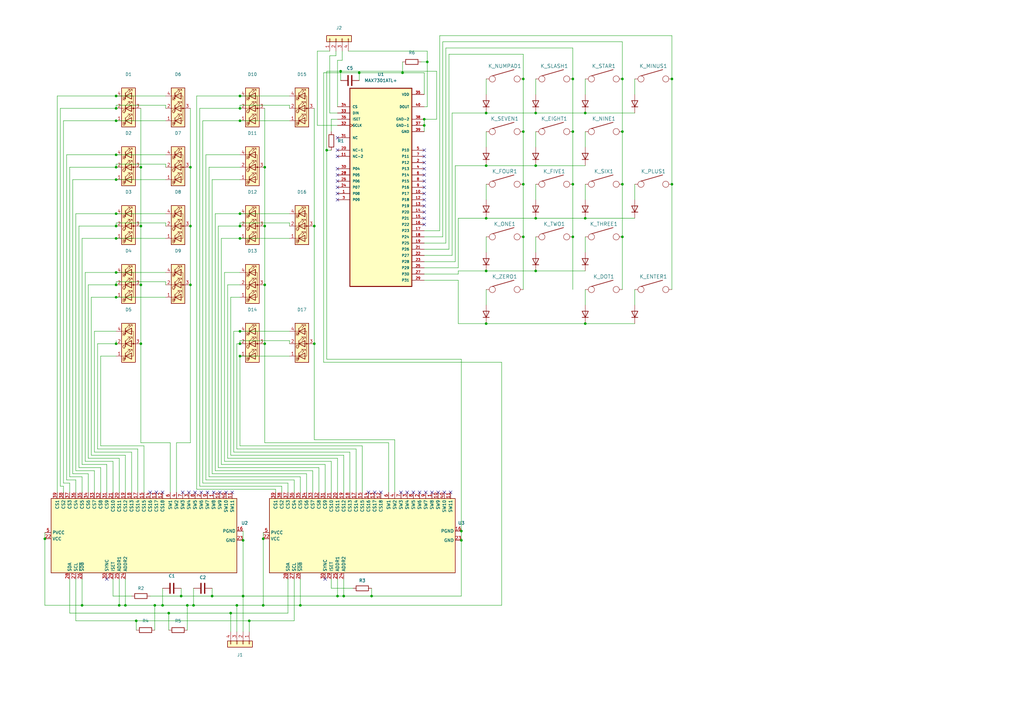
<source format=kicad_sch>
(kicad_sch (version 20211123) (generator eeschema)
  (paper "A3")
  (junction (at 189.23 221.615))
  (junction (at 47.625 87.63))
  (junction (at 51.435 248.285))
  (junction (at 57.785 92.71))
  (junction (at 107.95 248.285))
  (junction (at 133.985 61.595))
  (junction (at 47.625 97.79))
  (junction (at 214.63 32.385))
  (junction (at 57.785 116.84))
  (junction (at 214.63 97.155))
  (junction (at 128.905 140.97))
  (junction (at 47.625 63.5))
  (junction (at 255.27 97.155))
  (junction (at 47.625 39.37))
  (junction (at 108.585 116.84))
  (junction (at 79.375 248.285))
  (junction (at 47.625 140.97))
  (junction (at 57.785 68.58))
  (junction (at 234.95 75.565))
  (junction (at 234.95 53.975))
  (junction (at 78.105 116.84))
  (junction (at 66.675 248.285))
  (junction (at 102.235 254.635))
  (junction (at 240.03 89.535))
  (junction (at 107.95 220.98))
  (junction (at 139.7 29.21))
  (junction (at 152.4 244.475))
  (junction (at 47.625 111.76))
  (junction (at 99.695 244.475))
  (junction (at 33.655 248.285))
  (junction (at 219.71 111.125))
  (junction (at 147.32 29.845))
  (junction (at 98.425 135.89))
  (junction (at 255.27 32.385))
  (junction (at 47.625 121.92))
  (junction (at 108.585 68.58))
  (junction (at 240.03 132.715))
  (junction (at 97.155 248.285))
  (junction (at 219.71 46.355))
  (junction (at 47.625 49.53))
  (junction (at 214.63 53.975))
  (junction (at 108.585 140.97))
  (junction (at 86.995 244.475))
  (junction (at 47.625 44.45))
  (junction (at 199.39 67.945))
  (junction (at 55.88 254.635))
  (junction (at 255.27 75.565))
  (junction (at 47.625 92.71))
  (junction (at 275.59 75.565))
  (junction (at 275.59 32.385))
  (junction (at 47.625 73.66))
  (junction (at 140.97 244.475))
  (junction (at 98.425 140.97))
  (junction (at 98.425 87.63))
  (junction (at 173.99 48.895))
  (junction (at 255.27 53.975))
  (junction (at 199.39 89.535))
  (junction (at 128.905 92.71))
  (junction (at 175.26 25.4))
  (junction (at 199.39 46.355))
  (junction (at 108.585 92.71))
  (junction (at 123.19 248.285))
  (junction (at 138.43 244.475))
  (junction (at 78.105 68.58))
  (junction (at 189.23 217.805))
  (junction (at 219.71 89.535))
  (junction (at 47.625 116.84))
  (junction (at 199.39 111.125))
  (junction (at 214.63 75.565))
  (junction (at 78.105 92.71))
  (junction (at 48.895 248.285))
  (junction (at 98.425 44.45))
  (junction (at 98.425 97.79))
  (junction (at 199.39 132.715))
  (junction (at 47.625 68.58))
  (junction (at 98.425 146.05))
  (junction (at 173.99 51.435))
  (junction (at 98.425 39.37))
  (junction (at 165.1 29.845))
  (junction (at 69.215 251.46))
  (junction (at 74.295 244.475))
  (junction (at 76.835 248.285))
  (junction (at 94.615 251.46))
  (junction (at 99.695 221.615))
  (junction (at 240.03 46.355))
  (junction (at 57.785 140.97))
  (junction (at 63.5 248.285))
  (junction (at 98.425 92.71))
  (junction (at 234.95 97.155))
  (junction (at 98.425 49.53))
  (junction (at 234.95 32.385))
  (junction (at 219.71 67.945))
  (junction (at 18.415 220.98))
  (no_connect (at 153.67 201.93))
  (no_connect (at 151.13 201.93))
  (no_connect (at 156.21 201.93))
  (no_connect (at 133.35 237.49))
  (no_connect (at 92.71 201.93))
  (no_connect (at 95.25 201.93))
  (no_connect (at 85.09 201.93))
  (no_connect (at 82.55 201.93))
  (no_connect (at 87.63 201.93))
  (no_connect (at 90.17 201.93))
  (no_connect (at 80.01 201.93))
  (no_connect (at 66.675 201.93))
  (no_connect (at 61.595 201.93))
  (no_connect (at 64.135 201.93))
  (no_connect (at 138.43 56.515))
  (no_connect (at 138.43 61.595))
  (no_connect (at 138.43 64.135))
  (no_connect (at 138.43 69.215))
  (no_connect (at 138.43 71.755))
  (no_connect (at 138.43 74.295))
  (no_connect (at 138.43 76.835))
  (no_connect (at 138.43 79.375))
  (no_connect (at 138.43 81.915))
  (no_connect (at 173.99 92.075))
  (no_connect (at 173.99 64.135))
  (no_connect (at 173.99 61.595))
  (no_connect (at 173.99 89.535))
  (no_connect (at 173.99 86.995))
  (no_connect (at 173.99 84.455))
  (no_connect (at 173.99 81.915))
  (no_connect (at 173.99 79.375))
  (no_connect (at 173.99 76.835))
  (no_connect (at 173.99 74.295))
  (no_connect (at 173.99 71.755))
  (no_connect (at 173.99 69.215))
  (no_connect (at 173.99 66.675))
  (no_connect (at 43.815 237.49))
  (no_connect (at 164.465 201.93))
  (no_connect (at 167.005 201.93))
  (no_connect (at 182.245 201.93))
  (no_connect (at 184.785 201.93))
  (no_connect (at 169.545 201.93))
  (no_connect (at 172.085 201.93))
  (no_connect (at 174.625 201.93))
  (no_connect (at 177.165 201.93))
  (no_connect (at 179.705 201.93))
  (no_connect (at 74.93 201.93))
  (no_connect (at 77.47 201.93))
  (wire (pts (xy 240.03 46.355) (xy 260.35 46.355)))
  (wire (pts (xy 128.27 193.04) (xy 128.27 201.93)))
  (wire (pts (xy 219.71 89.535) (xy 240.03 89.535)))
  (wire (pts (xy 173.99 114.935) (xy 187.96 114.935)))
  (wire (pts (xy 81.915 44.45) (xy 98.425 44.45)))
  (wire (pts (xy 33.655 237.49) (xy 33.655 248.285)))
  (wire (pts (xy 98.425 87.63) (xy 88.265 87.63)))
  (wire (pts (xy 98.425 87.63) (xy 118.745 87.63)))
  (wire (pts (xy 32.385 191.77) (xy 41.275 191.77)))
  (wire (pts (xy 98.425 91.44) (xy 118.745 91.44)))
  (wire (pts (xy 57.785 44.45) (xy 57.785 68.58)))
  (wire (pts (xy 186.69 107.315) (xy 173.99 107.315)))
  (wire (pts (xy 187.96 109.855) (xy 187.96 89.535)))
  (wire (pts (xy 47.625 68.58) (xy 28.575 68.58)))
  (wire (pts (xy 180.34 14.605) (xy 180.34 94.615)))
  (wire (pts (xy 85.725 195.58) (xy 123.19 195.58)))
  (wire (pts (xy 33.655 248.285) (xy 48.895 248.285)))
  (wire (pts (xy 33.655 195.58) (xy 33.655 201.93)))
  (wire (pts (xy 219.71 97.155) (xy 219.71 103.505)))
  (wire (pts (xy 107.95 220.98) (xy 107.95 248.285)))
  (wire (pts (xy 182.88 99.695) (xy 182.88 19.685)))
  (wire (pts (xy 118.745 91.44) (xy 118.745 92.71)))
  (wire (pts (xy 47.625 121.92) (xy 67.945 121.92)))
  (wire (pts (xy 97.155 184.15) (xy 146.05 184.15)))
  (wire (pts (xy 27.305 196.85) (xy 31.115 196.85)))
  (wire (pts (xy 27.305 63.5) (xy 27.305 196.85)))
  (wire (pts (xy 98.425 91.44) (xy 98.425 92.71)))
  (wire (pts (xy 98.425 139.7) (xy 98.425 140.97)))
  (wire (pts (xy 47.625 91.44) (xy 67.945 91.44)))
  (wire (pts (xy 186.69 67.945) (xy 186.69 107.315)))
  (wire (pts (xy 147.32 29.845) (xy 165.1 29.845)))
  (wire (pts (xy 38.735 135.89) (xy 38.735 185.42)))
  (wire (pts (xy 108.585 181.61) (xy 159.385 181.61)))
  (wire (pts (xy 24.765 199.39) (xy 26.035 199.39)))
  (wire (pts (xy 89.535 92.71) (xy 89.535 191.77)))
  (wire (pts (xy 240.03 53.975) (xy 240.03 60.325)))
  (wire (pts (xy 118.745 139.7) (xy 118.745 140.97)))
  (wire (pts (xy 92.075 111.76) (xy 92.075 189.23)))
  (wire (pts (xy 97.155 259.08) (xy 97.155 248.285)))
  (wire (pts (xy 219.71 53.975) (xy 219.71 60.325)))
  (wire (pts (xy 107.95 218.44) (xy 107.95 220.98)))
  (wire (pts (xy 94.615 251.46) (xy 118.11 251.46)))
  (wire (pts (xy 182.88 19.685) (xy 234.95 19.685)))
  (wire (pts (xy 47.625 39.37) (xy 67.945 39.37)))
  (wire (pts (xy 83.185 49.53) (xy 83.185 198.12)))
  (wire (pts (xy 76.835 248.285) (xy 76.835 258.445)))
  (wire (pts (xy 138.43 48.895) (xy 135.89 48.895)))
  (wire (pts (xy 47.625 43.18) (xy 67.945 43.18)))
  (wire (pts (xy 173.99 48.895) (xy 173.99 51.435)))
  (wire (pts (xy 130.81 191.77) (xy 130.81 201.93)))
  (wire (pts (xy 98.425 43.18) (xy 118.745 43.18)))
  (wire (pts (xy 41.275 146.05) (xy 41.275 182.88)))
  (wire (pts (xy 69.215 251.46) (xy 94.615 251.46)))
  (wire (pts (xy 173.99 112.395) (xy 187.96 112.395)))
  (wire (pts (xy 47.625 92.71) (xy 47.625 91.44)))
  (wire (pts (xy 84.455 63.5) (xy 84.455 196.85)))
  (wire (pts (xy 175.26 20.955) (xy 142.875 20.955)))
  (wire (pts (xy 76.835 248.285) (xy 79.375 248.285)))
  (wire (pts (xy 69.85 181.61) (xy 69.85 201.93)))
  (wire (pts (xy 199.39 118.745) (xy 199.39 125.095)))
  (wire (pts (xy 186.69 67.945) (xy 199.39 67.945)))
  (wire (pts (xy 98.425 146.05) (xy 98.425 182.88)))
  (wire (pts (xy 36.195 116.84) (xy 36.195 187.96)))
  (wire (pts (xy 143.51 185.42) (xy 143.51 201.93)))
  (wire (pts (xy 175.26 43.815) (xy 175.26 25.4)))
  (wire (pts (xy 189.23 244.475) (xy 189.23 221.615)))
  (wire (pts (xy 133.985 61.595) (xy 133.985 147.32)))
  (wire (pts (xy 47.625 68.58) (xy 47.625 67.31)))
  (wire (pts (xy 214.63 53.975) (xy 214.63 75.565)))
  (wire (pts (xy 260.35 32.385) (xy 260.35 38.735)))
  (wire (pts (xy 123.19 195.58) (xy 123.19 201.93)))
  (wire (pts (xy 43.815 190.5) (xy 43.815 201.93)))
  (wire (pts (xy 240.03 89.535) (xy 260.35 89.535)))
  (wire (pts (xy 187.96 89.535) (xy 199.39 89.535)))
  (wire (pts (xy 84.455 196.85) (xy 120.65 196.85)))
  (wire (pts (xy 133.985 29.21) (xy 139.7 29.21)))
  (wire (pts (xy 86.995 244.475) (xy 74.295 244.475)))
  (wire (pts (xy 47.625 87.63) (xy 67.945 87.63)))
  (wire (pts (xy 27.305 63.5) (xy 47.625 63.5)))
  (wire (pts (xy 85.725 68.58) (xy 85.725 195.58)))
  (wire (pts (xy 95.885 135.89) (xy 95.885 185.42)))
  (wire (pts (xy 97.155 248.285) (xy 107.95 248.285)))
  (wire (pts (xy 47.625 115.57) (xy 67.945 115.57)))
  (wire (pts (xy 199.39 111.125) (xy 219.71 111.125)))
  (wire (pts (xy 99.695 244.475) (xy 138.43 244.475)))
  (wire (pts (xy 255.27 75.565) (xy 255.27 97.155)))
  (wire (pts (xy 107.95 248.285) (xy 123.19 248.285)))
  (wire (pts (xy 99.695 217.805) (xy 99.695 221.615)))
  (wire (pts (xy 120.65 254.635) (xy 120.65 237.49)))
  (wire (pts (xy 57.785 68.58) (xy 57.785 92.71)))
  (wire (pts (xy 24.765 44.45) (xy 47.625 44.45)))
  (wire (pts (xy 138.43 237.49) (xy 138.43 244.475)))
  (wire (pts (xy 53.975 185.42) (xy 53.975 201.93)))
  (wire (pts (xy 98.425 182.88) (xy 148.59 182.88)))
  (wire (pts (xy 78.105 92.71) (xy 78.105 116.84)))
  (wire (pts (xy 47.625 111.76) (xy 67.945 111.76)))
  (wire (pts (xy 139.7 29.21) (xy 179.07 29.21)))
  (wire (pts (xy 173.99 43.815) (xy 175.26 43.815)))
  (wire (pts (xy 180.34 14.605) (xy 275.59 14.605)))
  (wire (pts (xy 34.925 189.23) (xy 46.355 189.23)))
  (wire (pts (xy 28.575 195.58) (xy 33.655 195.58)))
  (wire (pts (xy 173.99 51.435) (xy 173.99 53.975)))
  (wire (pts (xy 140.97 237.49) (xy 140.97 244.475)))
  (wire (pts (xy 189.23 217.805) (xy 189.23 221.615)))
  (wire (pts (xy 199.39 75.565) (xy 199.39 81.915)))
  (wire (pts (xy 69.215 251.46) (xy 69.215 258.445)))
  (wire (pts (xy 187.96 114.935) (xy 187.96 132.715)))
  (wire (pts (xy 173.99 94.615) (xy 180.34 94.615)))
  (wire (pts (xy 29.845 194.31) (xy 36.195 194.31)))
  (wire (pts (xy 255.27 17.145) (xy 255.27 32.385)))
  (wire (pts (xy 219.71 67.945) (xy 240.03 67.945)))
  (wire (pts (xy 199.39 132.715) (xy 187.96 132.715)))
  (wire (pts (xy 98.425 97.79) (xy 118.745 97.79)))
  (wire (pts (xy 94.615 251.46) (xy 94.615 259.08)))
  (wire (pts (xy 33.655 97.79) (xy 47.625 97.79)))
  (wire (pts (xy 205.74 248.285) (xy 205.74 148.59)))
  (wire (pts (xy 275.59 75.565) (xy 275.59 118.745)))
  (wire (pts (xy 47.625 63.5) (xy 67.945 63.5)))
  (wire (pts (xy 93.345 187.96) (xy 138.43 187.96)))
  (wire (pts (xy 40.005 184.15) (xy 56.515 184.15)))
  (wire (pts (xy 115.57 199.39) (xy 81.915 199.39)))
  (wire (pts (xy 29.845 73.66) (xy 47.625 73.66)))
  (wire (pts (xy 18.415 218.44) (xy 18.415 220.98)))
  (wire (pts (xy 47.625 146.05) (xy 41.275 146.05)))
  (wire (pts (xy 28.575 68.58) (xy 28.575 195.58)))
  (wire (pts (xy 28.575 237.49) (xy 28.575 251.46)))
  (wire (pts (xy 99.695 244.475) (xy 86.995 244.475)))
  (wire (pts (xy 47.625 116.84) (xy 47.625 115.57)))
  (wire (pts (xy 275.59 32.385) (xy 275.59 75.565)))
  (wire (pts (xy 135.255 22.86) (xy 137.795 22.86)))
  (wire (pts (xy 135.89 189.23) (xy 135.89 201.93)))
  (wire (pts (xy 181.61 17.145) (xy 255.27 17.145)))
  (wire (pts (xy 240.03 118.745) (xy 240.03 125.095)))
  (wire (pts (xy 92.075 189.23) (xy 135.89 189.23)))
  (wire (pts (xy 41.275 191.77) (xy 41.275 201.93)))
  (wire (pts (xy 29.845 73.66) (xy 29.845 194.31)))
  (wire (pts (xy 199.39 53.975) (xy 199.39 60.325)))
  (wire (pts (xy 234.95 32.385) (xy 234.95 53.975)))
  (wire (pts (xy 140.97 186.69) (xy 140.97 201.93)))
  (wire (pts (xy 165.1 25.4) (xy 165.1 29.845)))
  (wire (pts (xy 199.39 97.155) (xy 199.39 103.505)))
  (wire (pts (xy 26.035 199.39) (xy 26.035 201.93)))
  (wire (pts (xy 175.26 25.4) (xy 175.26 20.955)))
  (wire (pts (xy 67.945 91.44) (xy 67.945 92.71)))
  (wire (pts (xy 48.895 237.49) (xy 48.895 248.285)))
  (wire (pts (xy 31.115 254.635) (xy 55.88 254.635)))
  (wire (pts (xy 88.265 87.63) (xy 88.265 193.04)))
  (wire (pts (xy 98.425 121.92) (xy 94.615 121.92)))
  (wire (pts (xy 148.59 182.88) (xy 148.59 201.93)))
  (wire (pts (xy 66.675 241.3) (xy 66.675 248.285)))
  (wire (pts (xy 46.355 189.23) (xy 46.355 201.93)))
  (wire (pts (xy 41.275 182.88) (xy 59.055 182.88)))
  (wire (pts (xy 47.625 140.97) (xy 47.625 139.7)))
  (wire (pts (xy 67.945 67.31) (xy 67.945 68.58)))
  (wire (pts (xy 133.985 147.32) (xy 189.23 147.32)))
  (wire (pts (xy 94.615 121.92) (xy 94.615 186.69)))
  (wire (pts (xy 31.115 237.49) (xy 31.115 254.635)))
  (wire (pts (xy 36.195 194.31) (xy 36.195 201.93)))
  (wire (pts (xy 55.88 254.635) (xy 102.235 254.635)))
  (wire (pts (xy 219.71 46.355) (xy 240.03 46.355)))
  (wire (pts (xy 130.175 20.955) (xy 135.255 20.955)))
  (wire (pts (xy 79.375 248.285) (xy 97.155 248.285)))
  (wire (pts (xy 26.035 49.53) (xy 26.035 198.12)))
  (wire (pts (xy 51.435 237.49) (xy 51.435 248.285)))
  (wire (pts (xy 214.63 75.565) (xy 214.63 97.155)))
  (wire (pts (xy 78.105 44.45) (xy 78.105 68.58)))
  (wire (pts (xy 46.355 244.475) (xy 46.355 237.49)))
  (wire (pts (xy 98.425 49.53) (xy 83.185 49.53)))
  (wire (pts (xy 98.425 146.05) (xy 118.745 146.05)))
  (wire (pts (xy 219.71 111.125) (xy 240.03 111.125)))
  (wire (pts (xy 32.385 92.71) (xy 32.385 191.77)))
  (wire (pts (xy 98.425 116.84) (xy 93.345 116.84)))
  (wire (pts (xy 55.88 254.635) (xy 55.88 258.445)))
  (wire (pts (xy 81.915 199.39) (xy 81.915 44.45)))
  (wire (pts (xy 66.675 248.285) (xy 76.835 248.285)))
  (wire (pts (xy 78.105 116.84) (xy 78.105 181.61)))
  (wire (pts (xy 18.415 248.285) (xy 33.655 248.285)))
  (wire (pts (xy 51.435 248.285) (xy 63.5 248.285)))
  (wire (pts (xy 219.71 75.565) (xy 219.71 81.915)))
  (wire (pts (xy 214.63 97.155) (xy 214.63 118.745)))
  (wire (pts (xy 205.74 148.59) (xy 132.715 148.59)))
  (wire (pts (xy 184.15 22.225) (xy 214.63 22.225)))
  (wire (pts (xy 72.39 181.61) (xy 72.39 201.93)))
  (wire (pts (xy 93.345 116.84) (xy 93.345 187.96)))
  (wire (pts (xy 51.435 186.69) (xy 51.435 201.93)))
  (wire (pts (xy 139.7 29.21) (xy 139.7 33.02)))
  (wire (pts (xy 137.795 22.86) (xy 137.795 20.955)))
  (wire (pts (xy 47.625 39.37) (xy 23.495 39.37)))
  (wire (pts (xy 94.615 186.69) (xy 140.97 186.69)))
  (wire (pts (xy 40.005 140.97) (xy 40.005 184.15)))
  (wire (pts (xy 98.425 111.76) (xy 92.075 111.76)))
  (wire (pts (xy 113.03 200.66) (xy 113.03 201.93)))
  (wire (pts (xy 159.385 181.61) (xy 159.385 201.93)))
  (wire (pts (xy 234.95 53.975) (xy 234.95 75.565)))
  (wire (pts (xy 234.95 97.155) (xy 234.95 118.745)))
  (wire (pts (xy 123.19 237.49) (xy 123.19 248.285)))
  (wire (pts (xy 214.63 32.385) (xy 214.63 53.975)))
  (wire (pts (xy 57.785 181.61) (xy 69.85 181.61)))
  (wire (pts (xy 108.585 68.58) (xy 108.585 92.71)))
  (wire (pts (xy 47.625 97.79) (xy 67.945 97.79)))
  (wire (pts (xy 32.385 92.71) (xy 47.625 92.71)))
  (wire (pts (xy 40.005 140.97) (xy 47.625 140.97)))
  (wire (pts (xy 138.43 51.435) (xy 130.175 51.435)))
  (wire (pts (xy 260.35 118.745) (xy 260.35 125.095)))
  (wire (pts (xy 123.19 248.285) (xy 205.74 248.285)))
  (wire (pts (xy 199.39 67.945) (xy 219.71 67.945)))
  (wire (pts (xy 187.96 111.125) (xy 199.39 111.125)))
  (wire (pts (xy 240.03 75.565) (xy 240.03 81.915)))
  (wire (pts (xy 128.905 44.45) (xy 128.905 92.71)))
  (wire (pts (xy 118.11 251.46) (xy 118.11 237.49)))
  (wire (pts (xy 31.115 87.63) (xy 47.625 87.63)))
  (wire (pts (xy 172.72 25.4) (xy 175.26 25.4)))
  (wire (pts (xy 135.89 241.3) (xy 135.89 237.49)))
  (wire (pts (xy 234.95 19.685) (xy 234.95 32.385)))
  (wire (pts (xy 47.625 49.53) (xy 67.945 49.53)))
  (wire (pts (xy 98.425 43.18) (xy 98.425 44.45)))
  (wire (pts (xy 57.785 140.97) (xy 57.785 181.61)))
  (wire (pts (xy 95.885 185.42) (xy 143.51 185.42)))
  (wire (pts (xy 133.35 190.5) (xy 133.35 201.93)))
  (wire (pts (xy 255.27 32.385) (xy 255.27 53.975)))
  (wire (pts (xy 199.39 46.355) (xy 219.71 46.355)))
  (wire (pts (xy 128.905 92.71) (xy 128.905 140.97)))
  (wire (pts (xy 36.195 116.84) (xy 47.625 116.84)))
  (wire (pts (xy 36.195 187.96) (xy 48.895 187.96)))
  (wire (pts (xy 98.425 49.53) (xy 118.745 49.53)))
  (wire (pts (xy 102.235 254.635) (xy 120.65 254.635)))
  (wire (pts (xy 185.42 104.775) (xy 185.42 46.355)))
  (wire (pts (xy 80.645 39.37) (xy 80.645 200.66)))
  (wire (pts (xy 173.99 109.855) (xy 187.96 109.855)))
  (wire (pts (xy 47.625 44.45) (xy 47.625 43.18)))
  (wire (pts (xy 240.03 32.385) (xy 240.03 38.735)))
  (wire (pts (xy 199.39 132.715) (xy 240.03 132.715)))
  (wire (pts (xy 59.055 182.88) (xy 59.055 201.93)))
  (wire (pts (xy 140.335 24.765) (xy 140.335 20.955)))
  (wire (pts (xy 63.5 248.285) (xy 66.675 248.285)))
  (wire (pts (xy 132.715 29.845) (xy 147.32 29.845)))
  (wire (pts (xy 63.5 248.285) (xy 63.5 258.445)))
  (wire (pts (xy 240.03 132.715) (xy 260.35 132.715)))
  (wire (pts (xy 189.23 217.805) (xy 189.23 147.32)))
  (wire (pts (xy 219.71 32.385) (xy 219.71 38.735)))
  (wire (pts (xy 37.465 186.69) (xy 51.435 186.69)))
  (wire (pts (xy 115.57 201.93) (xy 115.57 199.39)))
  (wire (pts (xy 199.39 89.535) (xy 219.71 89.535)))
  (wire (pts (xy 135.89 48.895) (xy 135.89 53.975)))
  (wire (pts (xy 53.975 244.475) (xy 46.355 244.475)))
  (wire (pts (xy 108.585 140.97) (xy 108.585 181.61)))
  (wire (pts (xy 47.625 73.66) (xy 67.945 73.66)))
  (wire (pts (xy 80.645 200.66) (xy 113.03 200.66)))
  (wire (pts (xy 98.425 92.71) (xy 89.535 92.71)))
  (wire (pts (xy 26.035 198.12) (xy 28.575 198.12)))
  (wire (pts (xy 108.585 116.84) (xy 108.585 140.97)))
  (wire (pts (xy 56.515 184.15) (xy 56.515 201.93)))
  (wire (pts (xy 38.735 185.42) (xy 53.975 185.42)))
  (wire (pts (xy 179.07 48.895) (xy 173.99 48.895)))
  (wire (pts (xy 128.905 140.97) (xy 128.905 180.34)))
  (wire (pts (xy 74.295 241.3) (xy 74.295 244.475)))
  (wire (pts (xy 133.985 29.21) (xy 133.985 61.595)))
  (wire (pts (xy 98.425 73.66) (xy 86.995 73.66)))
  (wire (pts (xy 138.43 244.475) (xy 140.97 244.475)))
  (wire (pts (xy 57.785 92.71) (xy 57.785 116.84)))
  (wire (pts (xy 152.4 244.475) (xy 189.23 244.475)))
  (wire (pts (xy 138.43 43.815) (xy 138.43 24.765)))
  (wire (pts (xy 86.995 194.31) (xy 125.73 194.31)))
  (wire (pts (xy 234.95 75.565) (xy 234.95 97.155)))
  (wire (pts (xy 199.39 32.385) (xy 199.39 38.735)))
  (wire (pts (xy 255.27 97.155) (xy 255.27 118.745)))
  (wire (pts (xy 108.585 92.71) (xy 108.585 116.84)))
  (wire (pts (xy 97.155 140.97) (xy 97.155 184.15)))
  (wire (pts (xy 37.465 121.92) (xy 47.625 121.92)))
  (wire (pts (xy 78.105 68.58) (xy 78.105 92.71)))
  (wire (pts (xy 98.425 39.37) (xy 118.745 39.37)))
  (wire (pts (xy 144.78 241.3) (xy 135.89 241.3)))
  (wire (pts (xy 102.235 254.635) (xy 102.235 259.08)))
  (wire (pts (xy 147.32 29.845) (xy 147.32 33.02)))
  (wire (pts (xy 181.61 17.145) (xy 181.61 97.155)))
  (wire (pts (xy 108.585 44.45) (xy 108.585 68.58)))
  (wire (pts (xy 99.695 221.615) (xy 99.695 244.475)))
  (wire (pts (xy 34.925 111.76) (xy 34.925 189.23)))
  (wire (pts (xy 187.96 112.395) (xy 187.96 111.125)))
  (wire (pts (xy 74.295 244.475) (xy 61.595 244.475)))
  (wire (pts (xy 260.35 75.565) (xy 260.35 81.915)))
  (wire (pts (xy 98.425 63.5) (xy 84.455 63.5)))
  (wire (pts (xy 181.61 97.155) (xy 173.99 97.155)))
  (wire (pts (xy 133.985 61.595) (xy 135.89 61.595)))
  (wire (pts (xy 98.425 135.89) (xy 118.745 135.89)))
  (wire (pts (xy 24.765 44.45) (xy 24.765 199.39)))
  (wire (pts (xy 275.59 14.605) (xy 275.59 32.385)))
  (wire (pts (xy 138.43 46.355) (xy 135.255 46.355)))
  (wire (pts (xy 78.105 181.61) (xy 72.39 181.61)))
  (wire (pts (xy 86.995 241.3) (xy 86.995 244.475)))
  (wire (pts (xy 31.115 193.04) (xy 38.735 193.04)))
  (wire (pts (xy 83.185 198.12) (xy 118.11 198.12)))
  (wire (pts (xy 255.27 53.975) (xy 255.27 75.565)))
  (wire (pts (xy 184.15 22.225) (xy 184.15 102.235)))
  (wire (pts (xy 138.43 187.96) (xy 138.43 201.93)))
  (wire (pts (xy 98.425 39.37) (xy 80.645 39.37)))
  (wire (pts (xy 47.625 67.31) (xy 67.945 67.31)))
  (wire (pts (xy 90.805 97.79) (xy 98.425 97.79)))
  (wire (pts (xy 130.175 51.435) (xy 130.175 20.955)))
  (wire (pts (xy 138.43 24.765) (xy 140.335 24.765)))
  (wire (pts (xy 214.63 22.225) (xy 214.63 32.385)))
  (wire (pts (xy 31.115 196.85) (xy 31.115 201.93)))
  (wire (pts (xy 173.99 104.775) (xy 185.42 104.775)))
  (wire (pts (xy 152.4 241.3) (xy 152.4 244.475)))
  (wire (pts (xy 146.05 184.15) (xy 146.05 201.93)))
  (wire (pts (xy 118.745 43.18) (xy 118.745 44.45)))
  (wire (pts (xy 165.1 29.845) (xy 173.99 29.845)))
  (wire (pts (xy 79.375 241.3) (xy 79.375 248.285)))
  (wire (pts (xy 28.575 251.46) (xy 69.215 251.46)))
  (wire (pts (xy 185.42 46.355) (xy 199.39 46.355)))
  (wire (pts (xy 86.995 73.66) (xy 86.995 194.31)))
  (wire (pts (xy 31.115 87.63) (xy 31.115 193.04)))
  (wire (pts (xy 48.895 187.96) (xy 48.895 201.93)))
  (wire (pts (xy 98.425 139.7) (xy 118.745 139.7)))
  (wire (pts (xy 38.735 135.89) (xy 47.625 135.89)))
  (wire (pts (xy 88.265 193.04) (xy 128.27 193.04)))
  (wire (pts (xy 97.155 140.97) (xy 98.425 140.97)))
  (wire (pts (xy 37.465 121.92) (xy 37.465 186.69)))
  (wire (pts (xy 90.805 97.79) (xy 90.805 190.5)))
  (wire (pts (xy 173.99 29.845) (xy 173.99 38.735)))
  (wire (pts (xy 47.625 49.53) (xy 26.035 49.53)))
  (wire (pts (xy 240.03 97.155) (xy 240.03 103.505)))
  (wire (pts (xy 179.07 29.21) (xy 179.07 48.895)))
  (wire (pts (xy 173.99 99.695) (xy 182.88 99.695)))
  (wire (pts (xy 28.575 198.12) (xy 28.575 201.93)))
  (wire (pts (xy 128.905 180.34) (xy 161.925 180.34)))
  (wire (pts (xy 57.785 116.84) (xy 57.785 140.97)))
  (wire (pts (xy 99.695 244.475) (xy 99.695 259.08)))
  (wire (pts (xy 184.15 102.235) (xy 173.99 102.235)))
  (wire (pts (xy 89.535 191.77) (xy 130.81 191.77)))
  (wire (pts (xy 67.945 115.57) (xy 67.945 116.84)))
  (wire (pts (xy 33.655 97.79) (xy 33.655 190.5)))
  (wire (pts (xy 135.255 46.355) (xy 135.255 22.86)))
  (wire (pts (xy 34.925 111.76) (xy 47.625 111.76)))
  (wire (pts (xy 90.805 190.5) (xy 133.35 190.5)))
  (wire (pts (xy 38.735 193.04) (xy 38.735 201.93)))
  (wire (pts (xy 67.945 43.18) (xy 67.945 44.45)))
  (wire (pts (xy 120.65 196.85) (xy 120.65 201.93)))
  (wire (pts (xy 48.895 248.285) (xy 51.435 248.285)))
  (wire (pts (xy 140.97 244.475) (xy 152.4 244.475)))
  (wire (pts (xy 33.655 190.5) (xy 43.815 190.5)))
  (wire (pts (xy 132.715 29.845) (xy 132.715 148.59)))
  (wire (pts (xy 125.73 194.31) (xy 125.73 201.93)))
  (wire (pts (xy 161.925 180.34) (xy 161.925 201.93)))
  (wire (pts (xy 98.425 68.58) (xy 85.725 68.58)))
  (wire (pts (xy 95.885 135.89) (xy 98.425 135.89)))
  (wire (pts (xy 118.11 198.12) (xy 118.11 201.93)))
  (wire (pts (xy 23.495 39.37) (xy 23.495 201.93)))
  (wire (pts (xy 18.415 220.98) (xy 18.415 248.285)))
  (symbol (lib_id "vakeyboard:LED") (at 52.705 44.45 0) (unit 1)
    (property "Reference" "D1" (at 52.705 30.48 0))
    (property "Value" "LED_NUMPAD" (effects hide))
    (property "Footprint" "Footprints:19-237" (effects hide))
    (property "Datasheet" "https://datasheet.lcsc.com/szlcsc/2010222107_Everlight-Elec-19-237-R6GHBHC-A04-2T_C883183.pdf" (effects hide))
    (property "Description / Value" "5mA Colorless transparence -40℃~+85℃ Common anode RGB 120° -  Light Emitting Diodes (LED) ROHS" (effects hide))
    (property "LCSC" "C883183" (effects hide))
    (property "Manufacturer" "Everlight Elec" (effects hide))
    (property "Mfg Part #" "19-237/R6GHBHC-A04/2T" (effects hide))
    (property "Package/Footprint" "19-237" (effects hide))
    (property "Type" "SMD" (effects hide))
  )
  (symbol (lib_id "vakeyboard:LED") (at 52.705 68.58 0) (unit 1)
    (property "Reference" "D2" (at 52.705 54.61 0))
    (property "Value" "LED_7" (effects hide))
    (property "Footprint" "Footprints:19-237" (effects hide))
    (property "Datasheet" "https://datasheet.lcsc.com/szlcsc/2010222107_Everlight-Elec-19-237-R6GHBHC-A04-2T_C883183.pdf" (effects hide))
    (property "Description / Value" "5mA Colorless transparence -40℃~+85℃ Common anode RGB 120° -  Light Emitting Diodes (LED) ROHS" (effects hide))
    (property "LCSC" "C883183" (effects hide))
    (property "Manufacturer" "Everlight Elec" (effects hide))
    (property "Mfg Part #" "19-237/R6GHBHC-A04/2T" (effects hide))
    (property "Package/Footprint" "19-237" (effects hide))
    (property "Type" "SMD" (effects hide))
  )
  (symbol (lib_id "vakeyboard:LED") (at 123.825 44.45 0) (unit 1)
    (property "Reference" "D15" (at 123.825 30.48 0))
    (property "Value" "LED_MINUS" (effects hide))
    (property "Footprint" "Footprints:19-237" (effects hide))
    (property "Datasheet" "https://datasheet.lcsc.com/szlcsc/2010222107_Everlight-Elec-19-237-R6GHBHC-A04-2T_C883183.pdf" (effects hide))
    (property "Description / Value" "5mA Colorless transparence -40℃~+85℃ Common anode RGB 120° -  Light Emitting Diodes (LED) ROHS" (effects hide))
    (property "LCSC" "C883183" (effects hide))
    (property "Manufacturer" "Everlight Elec" (effects hide))
    (property "Mfg Part #" "19-237/R6GHBHC-A04/2T" (effects hide))
    (property "Package/Footprint" "19-237" (effects hide))
    (property "Type" "SMD" (effects hide))
  )
  (symbol (lib_id "vakeyboard:LED") (at 123.825 92.71 0) (unit 1)
    (property "Reference" "D16" (at 123.825 78.74 0))
    (property "Value" "LED_PLUS" (effects hide))
    (property "Footprint" "Footprints:19-237" (effects hide))
    (property "Datasheet" "https://datasheet.lcsc.com/szlcsc/2010222107_Everlight-Elec-19-237-R6GHBHC-A04-2T_C883183.pdf" (effects hide))
    (property "Description / Value" "5mA Colorless transparence -40℃~+85℃ Common anode RGB 120° -  Light Emitting Diodes (LED) ROHS" (effects hide))
    (property "LCSC" "C883183" (effects hide))
    (property "Manufacturer" "Everlight Elec" (effects hide))
    (property "Mfg Part #" "19-237/R6GHBHC-A04/2T" (effects hide))
    (property "Package/Footprint" "19-237" (effects hide))
    (property "Type" "SMD" (effects hide))
  )
  (symbol (lib_id "vakeyboard:D") (at 240.03 64.135 90) (unit 1)
    (property "Reference" "D28" (effects hide))
    (property "Value" "D" (effects hide))
    (property "Footprint" "Diode_SMD:D_SOD-523" (effects hide))
    (property "Datasheet" "https://datasheet.lcsc.com/szlcsc/1908191708_MDD-Microdiode-Electronics-1N4148WT_C414017.pdf" (effects hide))
    (property "Description / Value" "80V -55℃~+150℃@(Tj) 1.2V@100mA 4ns 100nA@80V 100mA SOD-523 Switching Diode ROHS" (effects hide))
    (property "LCSC" "C414017" (effects hide))
    (property "Manufacturer" "MDD（Microdiode Electronics）" (effects hide))
    (property "Mfg Part #" "1N4148WT" (effects hide))
    (property "Package/Footprint" "SOD-523" (effects hide))
    (property "Type" "SMD" (effects hide))
  )
  (symbol (lib_id "vakeyboard:KEYSW") (at 227.33 32.385 0) (unit 1)
    (property "Reference" "K_SLASH1" (at 227.33 27.1018 0) (effects (font (size 1.524 1.524))))
    (property "Value" "{slash}" (effects hide))
    (property "Footprint" "Footprints:CherryMX_PlateMount_HotSwap_1u" (effects hide))
    (property "Datasheet" "https://datasheet.lcsc.com/lcsc/2202281830_Kailh-CPG151101S11_C2803348.pdf" (effects hide))
    (property "Description / Value" "SMD  Mechanical Keyboard Shaft ROHS" (effects hide))
    (property "LCSC" "C2803348" (effects hide))
    (property "Manufacturer" "Kailh" (effects hide))
    (property "Mfg Part #" "CPG151101S11" (effects hide))
    (property "Package/Footprint" "SMD" (effects hide))
    (property "Type" "SMD" (effects hide))
  )
  (symbol (lib_id "vakeyboard:LED") (at 52.705 116.84 0) (unit 1)
    (property "Reference" "D4" (at 52.705 102.87 0))
    (property "Value" "LED_1" (effects hide))
    (property "Footprint" "Footprints:19-237" (effects hide))
    (property "Datasheet" "https://datasheet.lcsc.com/szlcsc/2010222107_Everlight-Elec-19-237-R6GHBHC-A04-2T_C883183.pdf" (effects hide))
    (property "Description / Value" "5mA Colorless transparence -40℃~+85℃ Common anode RGB 120° -  Light Emitting Diodes (LED) ROHS" (effects hide))
    (property "LCSC" "C883183" (effects hide))
    (property "Manufacturer" "Everlight Elec" (effects hide))
    (property "Mfg Part #" "19-237/R6GHBHC-A04/2T" (effects hide))
    (property "Package/Footprint" "19-237" (effects hide))
    (property "Type" "SMD" (effects hide))
  )
  (symbol (lib_id "vakeyboard:D") (at 240.03 107.315 90) (unit 1)
    (property "Reference" "D30" (effects hide))
    (property "Value" "D" (effects hide))
    (property "Footprint" "Diode_SMD:D_SOD-523" (effects hide))
    (property "Datasheet" "https://datasheet.lcsc.com/szlcsc/1908191708_MDD-Microdiode-Electronics-1N4148WT_C414017.pdf" (effects hide))
    (property "Description / Value" "80V -55℃~+150℃@(Tj) 1.2V@100mA 4ns 100nA@80V 100mA SOD-523 Switching Diode ROHS" (effects hide))
    (property "LCSC" "C414017" (effects hide))
    (property "Manufacturer" "MDD（Microdiode Electronics）" (effects hide))
    (property "Mfg Part #" "1N4148WT" (effects hide))
    (property "Package/Footprint" "SOD-523" (effects hide))
    (property "Type" "SMD" (effects hide))
  )
  (symbol (lib_id "vakeyboard:D") (at 219.71 42.545 90) (unit 1)
    (property "Reference" "D23" (effects hide))
    (property "Value" "D" (effects hide))
    (property "Footprint" "Diode_SMD:D_SOD-523" (effects hide))
    (property "Datasheet" "https://datasheet.lcsc.com/szlcsc/1908191708_MDD-Microdiode-Electronics-1N4148WT_C414017.pdf" (effects hide))
    (property "Description / Value" "80V -55℃~+150℃@(Tj) 1.2V@100mA 4ns 100nA@80V 100mA SOD-523 Switching Diode ROHS" (effects hide))
    (property "LCSC" "C414017" (effects hide))
    (property "Manufacturer" "MDD（Microdiode Electronics）" (effects hide))
    (property "Mfg Part #" "1N4148WT" (effects hide))
    (property "Package/Footprint" "SOD-523" (effects hide))
    (property "Type" "SMD" (effects hide))
  )
  (symbol (lib_id "vakeyboard:R_39_kOhm") (at 135.89 57.785 0) (unit 1)
    (property "Reference" "R1" (at 138.43 57.7849 0) (effects (justify left)))
    (property "Value" "R_39_kOhm" (effects hide))
    (property "Footprint" "Footprints:R_0402_1005Metric" (effects hide))
    (property "Datasheet" "https://datasheet.lcsc.com/lcsc/2206010100_UNI-ROYAL-Uniroyal-Elec-0402WGF3902TCE_C25783.pdf" (effects hide))
    (property "Description / Value" "1/16W Thick Film Resistors 50V ±1% ±100ppm/℃ -55℃~+155℃ 39kΩ 0402  Chip Resistor - Surface Mount ROHS" (effects hide))
    (property "LCSC" "C25783" (effects hide))
    (property "Manufacturer" "UNI-ROYAL(Uniroyal Elec)" (effects hide))
    (property "Mfg Part #" "0402WGF3902TCE" (effects hide))
    (property "Package/Footprint" "0402" (effects hide))
    (property "Type" "SMD" (effects hide))
  )
  (symbol (lib_id "vakeyboard:R 10 kOhm") (at 73.025 258.445 90) (unit 1)
    (property "Reference" "R5" (at 73.025 254.635 90))
    (property "Value" "R 10 kOhm" (effects hide))
    (property "Footprint" "Footprints:R_0402_1005Metric" (effects hide))
    (property "Datasheet" "https://datasheet.lcsc.com/lcsc/2206010100_UNI-ROYAL-Uniroyal-Elec-0402WGF1002TCE_C25744.pdf" (effects hide))
    (property "Description / Value" "1/16W Thick Film Resistors 50V ±1% ±100ppm/℃ -55℃~+155℃ 10kΩ 0402  Chip Resistor - Surface Mount ROHS" (effects hide))
    (property "LCSC" "C25744" (effects hide))
    (property "Manufacturer" "UNI-ROYAL(Uniroyal Elec)" (effects hide))
    (property "Mfg Part #" "0402WGF1002TCE" (effects hide))
    (property "Package/Footprint" "0402" (effects hide))
    (property "Type" "SMD" (effects hide))
  )
  (symbol (lib_id "vakeyboard:C_47nF") (at 143.51 33.02 90) (unit 1)
    (property "Reference" "C5" (at 143.51 27.94 90))
    (property "Value" "C_47nF" (effects hide))
    (property "Footprint" "Footprints:C_0402_1005Metric" (effects hide))
    (property "Datasheet" "https://datasheet.lcsc.com/lcsc/2003312232_YAGEO-CC0402KRX5R9BB473_C505502.pdf" (effects hide))
    (property "Description / Value" "50V 47nF X5R ±10% 0402  Multilayer Ceramic Capacitors MLCC - SMD/SMT ROHS" (effects hide))
    (property "LCSC" "C505502" (effects hide))
    (property "Manufacturer" "YAGEO" (effects hide))
    (property "Mfg Part #" "CC0402KRX5R9BB473" (effects hide))
    (property "Package/Footprint" "0402" (effects hide))
    (property "Type" "SMD" (effects hide))
  )
  (symbol (lib_id "vakeyboard:LED") (at 73.025 68.58 0) (unit 1)
    (property "Reference" "D7" (at 73.025 54.61 0))
    (property "Value" "LED_8" (effects hide))
    (property "Footprint" "Footprints:19-237" (effects hide))
    (property "Datasheet" "https://datasheet.lcsc.com/szlcsc/2010222107_Everlight-Elec-19-237-R6GHBHC-A04-2T_C883183.pdf" (effects hide))
    (property "Description / Value" "5mA Colorless transparence -40℃~+85℃ Common anode RGB 120° -  Light Emitting Diodes (LED) ROHS" (effects hide))
    (property "LCSC" "C883183" (effects hide))
    (property "Manufacturer" "Everlight Elec" (effects hide))
    (property "Mfg Part #" "19-237/R6GHBHC-A04/2T" (effects hide))
    (property "Package/Footprint" "19-237" (effects hide))
    (property "Type" "SMD" (effects hide))
  )
  (symbol (lib_id "vakeyboard:LED") (at 73.025 116.84 0) (unit 1)
    (property "Reference" "D9" (at 73.025 102.87 0))
    (property "Value" "LED_2" (effects hide))
    (property "Footprint" "Footprints:19-237" (effects hide))
    (property "Datasheet" "https://datasheet.lcsc.com/szlcsc/2010222107_Everlight-Elec-19-237-R6GHBHC-A04-2T_C883183.pdf" (effects hide))
    (property "Description / Value" "5mA Colorless transparence -40℃~+85℃ Common anode RGB 120° -  Light Emitting Diodes (LED) ROHS" (effects hide))
    (property "LCSC" "C883183" (effects hide))
    (property "Manufacturer" "Everlight Elec" (effects hide))
    (property "Mfg Part #" "19-237/R6GHBHC-A04/2T" (effects hide))
    (property "Package/Footprint" "19-237" (effects hide))
    (property "Type" "SMD" (effects hide))
  )
  (symbol (lib_id "vakeyboard:R") (at 148.59 241.3 270) (unit 1)
    (property "Reference" "R3" (at 148.59 238.125 90))
    (property "Value" "R" (effects hide))
    (property "Footprint" "Footprints:R_0402_1005Metric" (effects hide))
    (property "Datasheet" "https://datasheet.lcsc.com/lcsc/2206010100_UNI-ROYAL-Uniroyal-Elec-0402WGF1002TCE_C25744.pdf" (effects hide))
    (property "Description / Value" "1/16W Thick Film Resistors 50V ±1% ±100ppm/℃ -55℃~+155℃ 10kΩ 0402  Chip Resistor - Surface Mount ROHS" (effects hide))
    (property "LCSC" "C25744" (effects hide))
    (property "Manufacturer" "UNI-ROYAL(Uniroyal Elec)" (effects hide))
    (property "Mfg Part #" "0402WGF1002TCE" (effects hide))
    (property "Package/Footprint" "0402" (effects hide))
    (property "Type" "SMD" (effects hide))
  )
  (symbol (lib_id "vakeyboard:LED") (at 52.705 92.71 0) (unit 1)
    (property "Reference" "D3" (at 52.705 78.74 0))
    (property "Value" "LED_4" (effects hide))
    (property "Footprint" "Footprints:19-237" (effects hide))
    (property "Datasheet" "https://datasheet.lcsc.com/szlcsc/2010222107_Everlight-Elec-19-237-R6GHBHC-A04-2T_C883183.pdf" (effects hide))
    (property "Description / Value" "5mA Colorless transparence -40℃~+85℃ Common anode RGB 120° -  Light Emitting Diodes (LED) ROHS" (effects hide))
    (property "LCSC" "C883183" (effects hide))
    (property "Manufacturer" "Everlight Elec" (effects hide))
    (property "Mfg Part #" "19-237/R6GHBHC-A04/2T" (effects hide))
    (property "Package/Footprint" "19-237" (effects hide))
    (property "Type" "SMD" (effects hide))
  )
  (symbol (lib_id "vakeyboard:C 1uF") (at 70.485 241.3 90) (unit 1)
    (property "Reference" "C1" (at 70.485 236.22 90))
    (property "Value" "C 1uF" (effects hide))
    (property "Footprint" "Footprints:C_0402_1005Metric" (effects hide))
    (property "Datasheet" "https://datasheet.lcsc.com/lcsc/1811091611_Samsung-Electro-Mechanics-CL05A105KA5NQNC_C52923.pdf" (effects hide))
    (property "Description / Value" "25V 1uF X5R ±10% 0402  Multilayer Ceramic Capacitors MLCC - SMD/SMT ROHS" (effects hide))
    (property "LCSC" "C52923" (effects hide))
    (property "Manufacturer" "Samsung Electro-Mechanics" (effects hide))
    (property "Mfg Part #" "CL05A105KA5NQNC" (effects hide))
    (property "Package/Footprint" "0402" (effects hide))
    (property "Type" "SMD" (effects hide))
  )
  (symbol (lib_id "vakeyboard:LED") (at 103.505 68.58 0) (unit 1)
    (property "Reference" "D11" (at 103.505 54.61 0))
    (property "Value" "LED9" (effects hide))
    (property "Footprint" "Footprints:19-237" (effects hide))
    (property "Datasheet" "https://datasheet.lcsc.com/szlcsc/2010222107_Everlight-Elec-19-237-R6GHBHC-A04-2T_C883183.pdf" (effects hide))
    (property "Description / Value" "5mA Colorless transparence -40℃~+85℃ Common anode RGB 120° -  Light Emitting Diodes (LED) ROHS" (effects hide))
    (property "LCSC" "C883183" (effects hide))
    (property "Manufacturer" "Everlight Elec" (effects hide))
    (property "Mfg Part #" "19-237/R6GHBHC-A04/2T" (effects hide))
    (property "Package/Footprint" "19-237" (effects hide))
    (property "Type" "SMD" (effects hide))
  )
  (symbol (lib_id "vakeyboard:LED") (at 103.505 140.97 0) (unit 1)
    (property "Reference" "D14" (at 103.505 127 0))
    (property "Value" "LED_DOT" (effects hide))
    (property "Footprint" "Footprints:19-237" (effects hide))
    (property "Datasheet" "https://datasheet.lcsc.com/szlcsc/2010222107_Everlight-Elec-19-237-R6GHBHC-A04-2T_C883183.pdf" (effects hide))
    (property "Description / Value" "5mA Colorless transparence -40℃~+85℃ Common anode RGB 120° -  Light Emitting Diodes (LED) ROHS" (effects hide))
    (property "LCSC" "C883183" (effects hide))
    (property "Manufacturer" "Everlight Elec" (effects hide))
    (property "Mfg Part #" "19-237/R6GHBHC-A04/2T" (effects hide))
    (property "Package/Footprint" "19-237" (effects hide))
    (property "Type" "SMD" (effects hide))
  )
  (symbol (lib_id "vakeyboard:LED") (at 103.505 116.84 0) (unit 1)
    (property "Reference" "D13" (at 103.505 102.87 0))
    (property "Value" "LED_3" (effects hide))
    (property "Footprint" "Footprints:19-237" (effects hide))
    (property "Datasheet" "https://datasheet.lcsc.com/szlcsc/2010222107_Everlight-Elec-19-237-R6GHBHC-A04-2T_C883183.pdf" (effects hide))
    (property "Description / Value" "5mA Colorless transparence -40℃~+85℃ Common anode RGB 120° -  Light Emitting Diodes (LED) ROHS" (effects hide))
    (property "LCSC" "C883183" (effects hide))
    (property "Manufacturer" "Everlight Elec" (effects hide))
    (property "Mfg Part #" "19-237/R6GHBHC-A04/2T" (effects hide))
    (property "Package/Footprint" "19-237" (effects hide))
    (property "Type" "SMD" (effects hide))
  )
  (symbol (lib_id "vakeyboard:D") (at 260.35 42.545 90) (unit 1)
    (property "Reference" "D32" (effects hide))
    (property "Value" "D" (effects hide))
    (property "Footprint" "Diode_SMD:D_SOD-523" (effects hide))
    (property "Datasheet" "https://datasheet.lcsc.com/szlcsc/1908191708_MDD-Microdiode-Electronics-1N4148WT_C414017.pdf" (effects hide))
    (property "Description / Value" "80V -55℃~+150℃@(Tj) 1.2V@100mA 4ns 100nA@80V 100mA SOD-523 Switching Diode ROHS" (effects hide))
    (property "LCSC" "C414017" (effects hide))
    (property "Manufacturer" "MDD（Microdiode Electronics）" (effects hide))
    (property "Mfg Part #" "1N4148WT" (effects hide))
    (property "Package/Footprint" "SOD-523" (effects hide))
    (property "Type" "SMD" (effects hide))
  )
  (symbol (lib_id "vakeyboard:LED") (at 73.025 44.45 0) (unit 1)
    (property "Reference" "D6" (at 73.025 30.48 0))
    (property "Value" "LED_SLASH" (effects hide))
    (property "Footprint" "Footprints:19-237" (effects hide))
    (property "Datasheet" "https://datasheet.lcsc.com/szlcsc/2010222107_Everlight-Elec-19-237-R6GHBHC-A04-2T_C883183.pdf" (effects hide))
    (property "Description / Value" "5mA Colorless transparence -40℃~+85℃ Common anode RGB 120° -  Light Emitting Diodes (LED) ROHS" (effects hide))
    (property "LCSC" "C883183" (effects hide))
    (property "Manufacturer" "Everlight Elec" (effects hide))
    (property "Mfg Part #" "19-237/R6GHBHC-A04/2T" (effects hide))
    (property "Package/Footprint" "19-237" (effects hide))
    (property "Type" "SMD" (effects hide))
  )
  (symbol (lib_id "vakeyboard:D") (at 240.03 128.905 90) (unit 1)
    (property "Reference" "D31" (effects hide))
    (property "Value" "D" (effects hide))
    (property "Footprint" "Diode_SMD:D_SOD-523" (effects hide))
    (property "Datasheet" "https://datasheet.lcsc.com/szlcsc/1908191708_MDD-Microdiode-Electronics-1N4148WT_C414017.pdf" (effects hide))
    (property "Description / Value" "80V -55℃~+150℃@(Tj) 1.2V@100mA 4ns 100nA@80V 100mA SOD-523 Switching Diode ROHS" (effects hide))
    (property "LCSC" "C414017" (effects hide))
    (property "Manufacturer" "MDD（Microdiode Electronics）" (effects hide))
    (property "Mfg Part #" "1N4148WT" (effects hide))
    (property "Package/Footprint" "SOD-523" (effects hide))
    (property "Type" "SMD" (effects hide))
  )
  (symbol (lib_id "vakeyboard:R 10 kOhm") (at 59.69 258.445 90) (unit 1)
    (property "Reference" "R4" (at 59.69 254.635 90))
    (property "Value" "R 10 kOhm" (effects hide))
    (property "Footprint" "Footprints:R_0402_1005Metric" (effects hide))
    (property "Datasheet" "https://datasheet.lcsc.com/lcsc/2206010100_UNI-ROYAL-Uniroyal-Elec-0402WGF1002TCE_C25744.pdf" (effects hide))
    (property "Description / Value" "1/16W Thick Film Resistors 50V ±1% ±100ppm/℃ -55℃~+155℃ 10kΩ 0402  Chip Resistor - Surface Mount ROHS" (effects hide))
    (property "LCSC" "C25744" (effects hide))
    (property "Manufacturer" "UNI-ROYAL(Uniroyal Elec)" (effects hide))
    (property "Mfg Part #" "0402WGF1002TCE" (effects hide))
    (property "Package/Footprint" "0402" (effects hide))
    (property "Type" "SMD" (effects hide))
  )
  (symbol (lib_id "vakeyboard:KEYSW") (at 247.65 118.745 0) (unit 1)
    (property "Reference" "K_DOT1" (at 247.65 113.4618 0) (effects (font (size 1.524 1.524))))
    (property "Value" "." (effects hide))
    (property "Footprint" "Footprints:CherryMX_PlateMount_HotSwap_1u" (effects hide))
    (property "Datasheet" "https://datasheet.lcsc.com/lcsc/2202281830_Kailh-CPG151101S11_C2803348.pdf" (effects hide))
    (property "Description / Value" "SMD  Mechanical Keyboard Shaft ROHS" (effects hide))
    (property "LCSC" "C2803348" (effects hide))
    (property "Manufacturer" "Kailh" (effects hide))
    (property "Mfg Part #" "CPG151101S11" (effects hide))
    (property "Package/Footprint" "SMD" (effects hide))
    (property "Type" "SMD" (effects hide))
  )
  (symbol (lib_id "vakeyboard:D") (at 240.03 42.545 90) (unit 1)
    (property "Reference" "D27" (effects hide))
    (property "Value" "D" (effects hide))
    (property "Footprint" "Diode_SMD:D_SOD-523" (effects hide))
    (property "Datasheet" "https://datasheet.lcsc.com/szlcsc/1908191708_MDD-Microdiode-Electronics-1N4148WT_C414017.pdf" (effects hide))
    (property "Description / Value" "80V -55℃~+150℃@(Tj) 1.2V@100mA 4ns 100nA@80V 100mA SOD-523 Switching Diode ROHS" (effects hide))
    (property "LCSC" "C414017" (effects hide))
    (property "Manufacturer" "MDD（Microdiode Electronics）" (effects hide))
    (property "Mfg Part #" "1N4148WT" (effects hide))
    (property "Package/Footprint" "SOD-523" (effects hide))
    (property "Type" "SMD" (effects hide))
  )
  (symbol (lib_id "vakeyboard:Conn_01x04") (at 99.695 264.16 270) (unit 1)
    (property "Reference" "J1" (at 98.425 268.605 90))
    (property "Value" "Conn_01x04" (effects hide))
    (property "Footprint" "Connector_PinHeader_2.54mm:PinHeader_1x04_P2.54mm_Vertical" (effects hide))
    (property "Datasheet" "https://cz.mouser.com/datasheet/2/837/BG302-2887929.pdf" (effects hide))
    (property "Type" "thru-hole" (effects hide))
    (property "Mfg part #" "BG302-04-A-L-G" (effects hide))
    (property "Manufacturer" "GCT (GLOBAL CONNECTOR TECHNOLOGY)" (effects hide))
    (property "Description / Value" "2.54mm Board to Board Socket Connectors" (effects hide))
    (property "LCSC" "N/A" (effects hide))
    (property "Package/Footprint" "thru-hole" (effects hide))
    (property "Your Instructions / Notes" "Connector will be mounted from back of PCB. Please rotate in a way, that cable will be plugged from closer edge of PCB." (effects hide))
  )
  (symbol (lib_id "vakeyboard:KEYSW") (at 207.01 53.975 0) (unit 1)
    (property "Reference" "K_SEVEN1" (at 207.01 48.6918 0) (effects (font (size 1.524 1.524))))
    (property "Value" "7" (effects hide))
    (property "Footprint" "Footprints:CherryMX_PlateMount_HotSwap_1u" (effects hide))
    (property "Datasheet" "https://datasheet.lcsc.com/lcsc/2202281830_Kailh-CPG151101S11_C2803348.pdf" (effects hide))
    (property "Description / Value" "SMD  Mechanical Keyboard Shaft ROHS" (effects hide))
    (property "LCSC" "C2803348" (effects hide))
    (property "Manufacturer" "Kailh" (effects hide))
    (property "Mfg Part #" "CPG151101S11" (effects hide))
    (property "Package/Footprint" "SMD" (effects hide))
    (property "Type" "SMD" (effects hide))
  )
  (symbol (lib_id "vakeyboard:KEYSW") (at 247.65 32.385 0) (unit 1)
    (property "Reference" "K_STAR1" (at 247.65 27.1018 0) (effects (font (size 1.524 1.524))))
    (property "Value" "*" (effects hide))
    (property "Footprint" "Footprints:CherryMX_PlateMount_HotSwap_1u" (effects hide))
    (property "Datasheet" "https://datasheet.lcsc.com/lcsc/2202281830_Kailh-CPG151101S11_C2803348.pdf" (effects hide))
    (property "Description / Value" "SMD  Mechanical Keyboard Shaft ROHS" (effects hide))
    (property "LCSC" "C2803348" (effects hide))
    (property "Manufacturer" "Kailh" (effects hide))
    (property "Mfg Part #" "CPG151101S11" (effects hide))
    (property "Package/Footprint" "SMD" (effects hide))
    (property "Type" "SMD" (effects hide))
  )
  (symbol (lib_id "vakeyboard:KEYSW") (at 267.97 75.565 0) (unit 1)
    (property "Reference" "K_PLUS1" (at 267.97 70.2818 0) (effects (font (size 1.524 1.524))))
    (property "Value" "+" (effects hide))
    (property "Footprint" "Footprints:CherryMX_PlateMount_HotSwap_2u_90deg" (effects hide))
    (property "Datasheet" "https://datasheet.lcsc.com/lcsc/2202281830_Kailh-CPG151101S11_C2803348.pdf" (effects hide))
    (property "Description / Value" "SMD  Mechanical Keyboard Shaft ROHS" (effects hide))
    (property "LCSC" "C2803348" (effects hide))
    (property "Manufacturer" "Kailh" (effects hide))
    (property "Mfg Part #" "CPG151101S11" (effects hide))
    (property "Package/Footprint" "SMD" (effects hide))
    (property "Type" "SMD" (effects hide))
  )
  (symbol (lib_id "vakeyboard:LED") (at 103.505 92.71 0) (unit 1)
    (property "Reference" "D12" (at 103.505 78.74 0))
    (property "Value" "LED_6" (effects hide))
    (property "Footprint" "Footprints:19-237" (effects hide))
    (property "Datasheet" "https://datasheet.lcsc.com/szlcsc/2010222107_Everlight-Elec-19-237-R6GHBHC-A04-2T_C883183.pdf" (effects hide))
    (property "Description / Value" "5mA Colorless transparence -40℃~+85℃ Common anode RGB 120° -  Light Emitting Diodes (LED) ROHS" (effects hide))
    (property "LCSC" "C883183" (effects hide))
    (property "Manufacturer" "Everlight Elec" (effects hide))
    (property "Mfg Part #" "19-237/R6GHBHC-A04/2T" (effects hide))
    (property "Package/Footprint" "19-237" (effects hide))
    (property "Type" "SMD" (effects hide))
  )
  (symbol (lib_id "vakeyboard:D") (at 199.39 85.725 90) (unit 1)
    (property "Reference" "D20" (effects hide))
    (property "Value" "D" (effects hide))
    (property "Footprint" "Diode_SMD:D_SOD-523" (effects hide))
    (property "Datasheet" "https://datasheet.lcsc.com/szlcsc/1908191708_MDD-Microdiode-Electronics-1N4148WT_C414017.pdf" (effects hide))
    (property "Description / Value" "80V -55℃~+150℃@(Tj) 1.2V@100mA 4ns 100nA@80V 100mA SOD-523 Switching Diode ROHS" (effects hide))
    (property "LCSC" "C414017" (effects hide))
    (property "Manufacturer" "MDD（Microdiode Electronics）" (effects hide))
    (property "Mfg Part #" "1N4148WT" (effects hide))
    (property "Package/Footprint" "SOD-523" (effects hide))
    (property "Type" "SMD" (effects hide))
  )
  (symbol (lib_id "vakeyboard:D") (at 199.39 107.315 90) (unit 1)
    (property "Reference" "D21" (effects hide))
    (property "Value" "D" (effects hide))
    (property "Footprint" "Diode_SMD:D_SOD-523" (effects hide))
    (property "Datasheet" "https://datasheet.lcsc.com/szlcsc/1908191708_MDD-Microdiode-Electronics-1N4148WT_C414017.pdf" (effects hide))
    (property "Description / Value" "80V -55℃~+150℃@(Tj) 1.2V@100mA 4ns 100nA@80V 100mA SOD-523 Switching Diode ROHS" (effects hide))
    (property "LCSC" "C414017" (effects hide))
    (property "Manufacturer" "MDD（Microdiode Electronics）" (effects hide))
    (property "Mfg Part #" "1N4148WT" (effects hide))
    (property "Package/Footprint" "SOD-523" (effects hide))
    (property "Type" "SMD" (effects hide))
  )
  (symbol (lib_id "vakeyboard:D") (at 219.71 85.725 90) (unit 1)
    (property "Reference" "D25" (effects hide))
    (property "Value" "D" (effects hide))
    (property "Footprint" "Diode_SMD:D_SOD-523" (effects hide))
    (property "Datasheet" "https://datasheet.lcsc.com/szlcsc/1908191708_MDD-Microdiode-Electronics-1N4148WT_C414017.pdf" (effects hide))
    (property "Description / Value" "80V -55℃~+150℃@(Tj) 1.2V@100mA 4ns 100nA@80V 100mA SOD-523 Switching Diode ROHS" (effects hide))
    (property "LCSC" "C414017" (effects hide))
    (property "Manufacturer" "MDD（Microdiode Electronics）" (effects hide))
    (property "Mfg Part #" "1N4148WT" (effects hide))
    (property "Package/Footprint" "SOD-523" (effects hide))
    (property "Type" "SMD" (effects hide))
  )
  (symbol (lib_id "vakeyboard:LED") (at 103.505 44.45 0) (unit 1)
    (property "Reference" "D10" (at 103.505 30.48 0))
    (property "Value" "LED_STAR" (effects hide))
    (property "Footprint" "Footprints:19-237" (effects hide))
    (property "Datasheet" "https://datasheet.lcsc.com/szlcsc/2010222107_Everlight-Elec-19-237-R6GHBHC-A04-2T_C883183.pdf" (effects hide))
    (property "Description / Value" "5mA Colorless transparence -40℃~+85℃ Common anode RGB 120° -  Light Emitting Diodes (LED) ROHS" (effects hide))
    (property "LCSC" "C883183" (effects hide))
    (property "Manufacturer" "Everlight Elec" (effects hide))
    (property "Mfg Part #" "19-237/R6GHBHC-A04/2T" (effects hide))
    (property "Package/Footprint" "19-237" (effects hide))
    (property "Type" "SMD" (effects hide))
  )
  (symbol (lib_id "vakeyboard:KEYSW") (at 267.97 118.745 0) (unit 1)
    (property "Reference" "K_ENTER1" (at 267.97 113.4618 0) (effects (font (size 1.524 1.524))))
    (property "Value" "ENTER" (effects hide))
    (property "Footprint" "Footprints:CherryMX_PlateMount_HotSwap_2u_90deg" (effects hide))
    (property "Datasheet" "https://datasheet.lcsc.com/lcsc/2202281830_Kailh-CPG151101S11_C2803348.pdf" (effects hide))
    (property "Description / Value" "SMD  Mechanical Keyboard Shaft ROHS" (effects hide))
    (property "LCSC" "C2803348" (effects hide))
    (property "Manufacturer" "Kailh" (effects hide))
    (property "Mfg Part #" "CPG151101S11" (effects hide))
    (property "Package/Footprint" "SMD" (effects hide))
    (property "Type" "SMD" (effects hide))
  )
  (symbol (lib_id "vakeyboard:KEYSW") (at 247.65 75.565 0) (unit 1)
    (property "Reference" "K_SIX1" (at 247.65 70.2818 0) (effects (font (size 1.524 1.524))))
    (property "Value" "6" (effects hide))
    (property "Footprint" "Footprints:CherryMX_PlateMount_HotSwap_1u" (effects hide))
    (property "Datasheet" "https://datasheet.lcsc.com/lcsc/2202281830_Kailh-CPG151101S11_C2803348.pdf" (effects hide))
    (property "Description / Value" "SMD  Mechanical Keyboard Shaft ROHS" (effects hide))
    (property "LCSC" "C2803348" (effects hide))
    (property "Manufacturer" "Kailh" (effects hide))
    (property "Mfg Part #" "CPG151101S11" (effects hide))
    (property "Package/Footprint" "SMD" (effects hide))
    (property "Type" "SMD" (effects hide))
  )
  (symbol (lib_id "vakeyboard:D") (at 199.39 128.905 90) (unit 1)
    (property "Reference" "D22" (effects hide))
    (property "Value" "D" (effects hide))
    (property "Footprint" "Diode_SMD:D_SOD-523" (effects hide))
    (property "Datasheet" "https://datasheet.lcsc.com/szlcsc/1908191708_MDD-Microdiode-Electronics-1N4148WT_C414017.pdf" (effects hide))
    (property "Description / Value" "80V -55℃~+150℃@(Tj) 1.2V@100mA 4ns 100nA@80V 100mA SOD-523 Switching Diode ROHS" (effects hide))
    (property "LCSC" "C414017" (effects hide))
    (property "Manufacturer" "MDD（Microdiode Electronics）" (effects hide))
    (property "Mfg Part #" "1N4148WT" (effects hide))
    (property "Package/Footprint" "SOD-523" (effects hide))
    (property "Type" "SMD" (effects hide))
  )
  (symbol (lib_id "vakeyboard:KEYSW") (at 227.33 75.565 0) (unit 1)
    (property "Reference" "K_FIVE1" (at 227.33 70.2818 0) (effects (font (size 1.524 1.524))))
    (property "Value" "5" (effects hide))
    (property "Footprint" "Footprints:CherryMX_PlateMount_HotSwap_1u" (effects hide))
    (property "Datasheet" "https://datasheet.lcsc.com/lcsc/2202281830_Kailh-CPG151101S11_C2803348.pdf" (effects hide))
    (property "Description / Value" "SMD  Mechanical Keyboard Shaft ROHS" (effects hide))
    (property "LCSC" "C2803348" (effects hide))
    (property "Manufacturer" "Kailh" (effects hide))
    (property "Mfg Part #" "CPG151101S11" (effects hide))
    (property "Package/Footprint" "SMD" (effects hide))
    (property "Type" "SMD" (effects hide))
  )
  (symbol (lib_id "vakeyboard:IS31FL3743-QF") (at 59.055 219.71 90) (unit 1)
    (property "Reference" "U2" (at 100.33 214.5155 90))
    (property "Value" "IS31FL3743-QF" (effects hide))
    (property "Footprint" "Footprints:QFN-40-1EP_5x5mm_P0.4mm_EP3.4x3.4mm" (effects hide))
    (property "Datasheet" "http://ww1.microchip.com/downloads/en/DeviceDoc/20001952C.pdf" (effects hide))
    (property "Description / Value" "10MHz 16 POR SPI SOIC-28_300mil  I/O Expanders ROHS" (effects hide))
    (property "LCSC" "C47023" (effects hide))
    (property "Manufacturer" "Microchip Tech" (effects hide))
    (property "Mfg Part #" "MCP23S17T-E/SO" (effects hide))
    (property "Package/Footprint" "SOIC-28_7.5x17.9x1.27P" (effects hide))
    (property "Type" "SMD" (effects hide))
  )
  (symbol (lib_id "vakeyboard:D") (at 260.35 85.725 90) (unit 1)
    (property "Reference" "D33" (effects hide))
    (property "Value" "D" (effects hide))
    (property "Footprint" "Diode_SMD:D_SOD-523" (effects hide))
    (property "Datasheet" "https://datasheet.lcsc.com/szlcsc/1908191708_MDD-Microdiode-Electronics-1N4148WT_C414017.pdf" (effects hide))
    (property "Description / Value" "80V -55℃~+150℃@(Tj) 1.2V@100mA 4ns 100nA@80V 100mA SOD-523 Switching Diode ROHS" (effects hide))
    (property "LCSC" "C414017" (effects hide))
    (property "Manufacturer" "MDD（Microdiode Electronics）" (effects hide))
    (property "Mfg Part #" "1N4148WT" (effects hide))
    (property "Package/Footprint" "SOD-523" (effects hide))
    (property "Type" "SMD" (effects hide))
  )
  (symbol (lib_id "vakeyboard:IS31FL3743-QF") (at 148.59 219.71 90) (unit 1)
    (property "Reference" "U3" (at 189.23 214.5155 90))
    (property "Value" "IS31FL3743-QF" (effects hide))
    (property "Footprint" "Footprints:QFN-40-1EP_5x5mm_P0.4mm_EP3.4x3.4mm" (effects hide))
    (property "Datasheet" "http://ww1.microchip.com/downloads/en/DeviceDoc/20001952C.pdf" (effects hide))
    (property "Description / Value" "10MHz 16 POR SPI SOIC-28_300mil  I/O Expanders ROHS" (effects hide))
    (property "LCSC" "C47023" (effects hide))
    (property "Manufacturer" "Microchip Tech" (effects hide))
    (property "Mfg Part #" "MCP23S17T-E/SO" (effects hide))
    (property "Package/Footprint" "SOIC-28_7.5x17.9x1.27P" (effects hide))
    (property "Type" "SMD" (effects hide))
  )
  (symbol (lib_id "vakeyboard:C_100nF") (at 83.185 241.3 90) (unit 1)
    (property "Reference" "C2" (at 83.185 236.855 90))
    (property "Value" "C_100nF" (effects hide))
    (property "Footprint" "Footprints:C_0402_1005Metric" (effects hide))
    (property "Datasheet" "https://datasheet.lcsc.com/lcsc/1810191219_Samsung-Electro-Mechanics-CL05B104KO5NNNC_C1525.pdf" (effects hide))
    (property "Description / Value" "16V 100nF X7R ±10% 0402  Multilayer Ceramic Capacitors MLCC - SMD/SMT ROHS" (effects hide))
    (property "LCSC" "C1525" (effects hide))
    (property "Manufacturer" "Samsung Electro-Mechanics" (effects hide))
    (property "Mfg Part #" "CL05B104KO5NNNC" (effects hide))
    (property "Package/Footprint" "0402" (effects hide))
    (property "Type" "SMD" (effects hide))
  )
  (symbol (lib_id "vakeyboard:D") (at 240.03 85.725 90) (unit 1)
    (property "Reference" "D29" (effects hide))
    (property "Value" "D" (effects hide))
    (property "Footprint" "Diode_SMD:D_SOD-523" (effects hide))
    (property "Datasheet" "https://datasheet.lcsc.com/szlcsc/1908191708_MDD-Microdiode-Electronics-1N4148WT_C414017.pdf" (effects hide))
    (property "Description / Value" "80V -55℃~+150℃@(Tj) 1.2V@100mA 4ns 100nA@80V 100mA SOD-523 Switching Diode ROHS" (effects hide))
    (property "LCSC" "C414017" (effects hide))
    (property "Manufacturer" "MDD（Microdiode Electronics）" (effects hide))
    (property "Mfg Part #" "1N4148WT" (effects hide))
    (property "Package/Footprint" "SOD-523" (effects hide))
    (property "Type" "SMD" (effects hide))
  )
  (symbol (lib_id "vakeyboard:MAX7301ATL+") (at 156.21 76.835 0) (unit 1)
    (property "Reference" "U1" (at 156.21 30.48 0))
    (property "Value" "MAX7301ATL+" (at 156.21 33.02 0))
    (property "Footprint" "QFN50P600X600X80-41N" (effects hide))
  )
  (symbol (lib_id "vakeyboard:LED") (at 73.025 92.71 0) (unit 1)
    (property "Reference" "D8" (at 73.025 78.74 0))
    (property "Value" "LED_5" (effects hide))
    (property "Footprint" "Footprints:19-237" (effects hide))
    (property "Datasheet" "https://datasheet.lcsc.com/szlcsc/2010222107_Everlight-Elec-19-237-R6GHBHC-A04-2T_C883183.pdf" (effects hide))
    (property "Description / Value" "5mA Colorless transparence -40℃~+85℃ Common anode RGB 120° -  Light Emitting Diodes (LED) ROHS" (effects hide))
    (property "LCSC" "C883183" (effects hide))
    (property "Manufacturer" "Everlight Elec" (effects hide))
    (property "Mfg Part #" "19-237/R6GHBHC-A04/2T" (effects hide))
    (property "Package/Footprint" "19-237" (effects hide))
    (property "Type" "SMD" (effects hide))
  )
  (symbol (lib_id "vakeyboard:KEYSW") (at 207.01 32.385 0) (unit 1)
    (property "Reference" "K_NUMPAD1" (at 207.01 27.1018 0) (effects (font (size 1.524 1.524))))
    (property "Value" "NUMPAD" (effects hide))
    (property "Footprint" "Footprints:CherryMX_PlateMount_HotSwap_1u" (effects hide))
    (property "Datasheet" "https://datasheet.lcsc.com/lcsc/2202281830_Kailh-CPG151101S11_C2803348.pdf" (effects hide))
    (property "Description / Value" "SMD  Mechanical Keyboard Shaft ROHS" (effects hide))
    (property "LCSC" "C2803348" (effects hide))
    (property "Manufacturer" "Kailh" (effects hide))
    (property "Mfg Part #" "CPG151101S11" (effects hide))
    (property "Package/Footprint" "SMD" (effects hide))
    (property "Type" "SMD" (effects hide))
  )
  (symbol (lib_id "vakeyboard:D") (at 219.71 107.315 90) (unit 1)
    (property "Reference" "D26" (effects hide))
    (property "Value" "D" (effects hide))
    (property "Footprint" "Diode_SMD:D_SOD-523" (effects hide))
    (property "Datasheet" "https://datasheet.lcsc.com/szlcsc/1908191708_MDD-Microdiode-Electronics-1N4148WT_C414017.pdf" (effects hide))
    (property "Description / Value" "80V -55℃~+150℃@(Tj) 1.2V@100mA 4ns 100nA@80V 100mA SOD-523 Switching Diode ROHS" (effects hide))
    (property "LCSC" "C414017" (effects hide))
    (property "Manufacturer" "MDD（Microdiode Electronics）" (effects hide))
    (property "Mfg Part #" "1N4148WT" (effects hide))
    (property "Package/Footprint" "SOD-523" (effects hide))
    (property "Type" "SMD" (effects hide))
  )
  (symbol (lib_id "vakeyboard:KEYSW") (at 207.01 75.565 0) (unit 1)
    (property "Reference" "K_FOUR1" (at 207.01 70.2818 0) (effects (font (size 1.524 1.524))))
    (property "Value" "4" (effects hide))
    (property "Footprint" "Footprints:CherryMX_PlateMount_HotSwap_1u" (effects hide))
    (property "Datasheet" "https://datasheet.lcsc.com/lcsc/2202281830_Kailh-CPG151101S11_C2803348.pdf" (effects hide))
    (property "Description / Value" "SMD  Mechanical Keyboard Shaft ROHS" (effects hide))
    (property "LCSC" "C2803348" (effects hide))
    (property "Manufacturer" "Kailh" (effects hide))
    (property "Mfg Part #" "CPG151101S11" (effects hide))
    (property "Package/Footprint" "SMD" (effects hide))
    (property "Type" "SMD" (effects hide))
  )
  (symbol (lib_id "vakeyboard:R") (at 57.785 244.475 270) (unit 1)
    (property "Reference" "R2" (at 57.785 241.3 90))
    (property "Value" "R" (effects hide))
    (property "Footprint" "Footprints:R_0402_1005Metric" (effects hide))
    (property "Datasheet" "https://datasheet.lcsc.com/lcsc/2206010100_UNI-ROYAL-Uniroyal-Elec-0402WGF1002TCE_C25744.pdf" (effects hide))
    (property "Description / Value" "1/16W Thick Film Resistors 50V ±1% ±100ppm/℃ -55℃~+155℃ 10kΩ 0402  Chip Resistor - Surface Mount ROHS" (effects hide))
    (property "LCSC" "C25744" (effects hide))
    (property "Manufacturer" "UNI-ROYAL(Uniroyal Elec)" (effects hide))
    (property "Mfg Part #" "0402WGF1002TCE" (effects hide))
    (property "Package/Footprint" "0402" (effects hide))
    (property "Type" "SMD" (effects hide))
  )
  (symbol (lib_id "vakeyboard:D") (at 199.39 42.545 90) (unit 1)
    (property "Reference" "D18" (effects hide))
    (property "Value" "D" (effects hide))
    (property "Footprint" "Diode_SMD:D_SOD-523" (effects hide))
    (property "Datasheet" "https://datasheet.lcsc.com/szlcsc/1908191708_MDD-Microdiode-Electronics-1N4148WT_C414017.pdf" (effects hide))
    (property "Description / Value" "80V -55℃~+150℃@(Tj) 1.2V@100mA 4ns 100nA@80V 100mA SOD-523 Switching Diode ROHS" (effects hide))
    (property "LCSC" "C414017" (effects hide))
    (property "Manufacturer" "MDD（Microdiode Electronics）" (effects hide))
    (property "Mfg Part #" "1N4148WT" (effects hide))
    (property "Package/Footprint" "SOD-523" (effects hide))
    (property "Type" "SMD" (effects hide))
  )
  (symbol (lib_id "vakeyboard:KEYSW") (at 227.33 97.155 0) (unit 1)
    (property "Reference" "K_TWO1" (at 227.33 91.8718 0) (effects (font (size 1.524 1.524))))
    (property "Value" "2" (effects hide))
    (property "Footprint" "Footprints:CherryMX_PlateMount_HotSwap_1u" (effects hide))
    (property "Datasheet" "https://datasheet.lcsc.com/lcsc/2202281830_Kailh-CPG151101S11_C2803348.pdf" (effects hide))
    (property "Description / Value" "SMD  Mechanical Keyboard Shaft ROHS" (effects hide))
    (property "LCSC" "C2803348" (effects hide))
    (property "Manufacturer" "Kailh" (effects hide))
    (property "Mfg Part #" "CPG151101S11" (effects hide))
    (property "Package/Footprint" "SMD" (effects hide))
    (property "Type" "SMD" (effects hide))
  )
  (symbol (lib_id "vakeyboard:KEYSW") (at 247.65 53.975 0) (unit 1)
    (property "Reference" "K_NINE1" (at 247.65 48.6918 0) (effects (font (size 1.524 1.524))))
    (property "Value" "9" (effects hide))
    (property "Footprint" "Footprints:CherryMX_PlateMount_HotSwap_1u" (effects hide))
    (property "Datasheet" "https://datasheet.lcsc.com/lcsc/2202281830_Kailh-CPG151101S11_C2803348.pdf" (effects hide))
    (property "Description / Value" "SMD  Mechanical Keyboard Shaft ROHS" (effects hide))
    (property "LCSC" "C2803348" (effects hide))
    (property "Manufacturer" "Kailh" (effects hide))
    (property "Mfg Part #" "CPG151101S11" (effects hide))
    (property "Package/Footprint" "SMD" (effects hide))
    (property "Type" "SMD" (effects hide))
  )
  (symbol (lib_id "vakeyboard:KEYSW") (at 247.65 97.155 0) (unit 1)
    (property "Reference" "K_THREE1" (at 247.65 91.8718 0) (effects (font (size 1.524 1.524))))
    (property "Value" "3" (effects hide))
    (property "Footprint" "Footprints:CherryMX_PlateMount_HotSwap_1u" (effects hide))
    (property "Datasheet" "https://datasheet.lcsc.com/lcsc/2202281830_Kailh-CPG151101S11_C2803348.pdf" (effects hide))
    (property "Description / Value" "SMD  Mechanical Keyboard Shaft ROHS" (effects hide))
    (property "LCSC" "C2803348" (effects hide))
    (property "Manufacturer" "Kailh" (effects hide))
    (property "Mfg Part #" "CPG151101S11" (effects hide))
    (property "Package/Footprint" "SMD" (effects hide))
    (property "Type" "SMD" (effects hide))
  )
  (symbol (lib_id "vakeyboard:LED") (at 52.705 140.97 0) (unit 1)
    (property "Reference" "D5" (at 52.705 127 0))
    (property "Value" "LED_0" (effects hide))
    (property "Footprint" "Footprints:19-237" (effects hide))
    (property "Datasheet" "https://datasheet.lcsc.com/szlcsc/2010222107_Everlight-Elec-19-237-R6GHBHC-A04-2T_C883183.pdf" (effects hide))
    (property "Description / Value" "5mA Colorless transparence -40℃~+85℃ Common anode RGB 120° -  Light Emitting Diodes (LED) ROHS" (effects hide))
    (property "LCSC" "C883183" (effects hide))
    (property "Manufacturer" "Everlight Elec" (effects hide))
    (property "Mfg Part #" "19-237/R6GHBHC-A04/2T" (effects hide))
    (property "Package/Footprint" "19-237" (effects hide))
    (property "Type" "SMD" (effects hide))
  )
  (symbol (lib_id "vakeyboard:LED") (at 123.825 140.97 0) (unit 1)
    (property "Reference" "D17" (at 123.825 127 0))
    (property "Value" "LED_ENTER" (effects hide))
    (property "Footprint" "Footprints:19-237" (effects hide))
    (property "Datasheet" "https://datasheet.lcsc.com/szlcsc/2010222107_Everlight-Elec-19-237-R6GHBHC-A04-2T_C883183.pdf" (effects hide))
    (property "Description / Value" "5mA Colorless transparence -40℃~+85℃ Common anode RGB 120° -  Light Emitting Diodes (LED) ROHS" (effects hide))
    (property "LCSC" "C883183" (effects hide))
    (property "Manufacturer" "Everlight Elec" (effects hide))
    (property "Mfg Part #" "19-237/R6GHBHC-A04/2T" (effects hide))
    (property "Package/Footprint" "19-237" (effects hide))
    (property "Type" "SMD" (effects hide))
  )
  (symbol (lib_id "vakeyboard:KEYSW") (at 267.97 32.385 0) (unit 1)
    (property "Reference" "K_MINUS1" (at 267.97 27.1018 0) (effects (font (size 1.524 1.524))))
    (property "Value" "-" (effects hide))
    (property "Footprint" "Footprints:CherryMX_PlateMount_HotSwap_1u" (effects hide))
    (property "Datasheet" "https://datasheet.lcsc.com/lcsc/2202281830_Kailh-CPG151101S11_C2803348.pdf" (effects hide))
    (property "Description / Value" "SMD  Mechanical Keyboard Shaft ROHS" (effects hide))
    (property "LCSC" "C2803348" (effects hide))
    (property "Manufacturer" "Kailh" (effects hide))
    (property "Mfg Part #" "CPG151101S11" (effects hide))
    (property "Package/Footprint" "SMD" (effects hide))
    (property "Type" "SMD" (effects hide))
  )
  (symbol (lib_id "vakeyboard:KEYSW") (at 207.01 118.745 0) (unit 1)
    (property "Reference" "K_ZERO1" (at 207.01 113.4618 0) (effects (font (size 1.524 1.524))))
    (property "Value" "0" (effects hide))
    (property "Footprint" "Footprints:CherryMX_PlateMount_HotSwap_2u" (effects hide))
    (property "Datasheet" "https://datasheet.lcsc.com/lcsc/2202281830_Kailh-CPG151101S11_C2803348.pdf" (effects hide))
    (property "Description / Value" "SMD  Mechanical Keyboard Shaft ROHS" (effects hide))
    (property "LCSC" "C2803348" (effects hide))
    (property "Manufacturer" "Kailh" (effects hide))
    (property "Mfg Part #" "CPG151101S11" (effects hide))
    (property "Package/Footprint" "SMD" (effects hide))
    (property "Type" "SMD" (effects hide))
  )
  (symbol (lib_id "vakeyboard:Conn_01x04") (at 137.795 15.875 90) (unit 1)
    (property "Reference" "J2" (at 139.065 11.43 90))
    (property "Value" "Conn_01x04" (effects hide))
    (property "Footprint" "Connector_PinHeader_2.54mm:PinHeader_1x04_P2.54mm_Vertical" (effects hide))
    (property "Datasheet" "https://cz.mouser.com/datasheet/2/837/BG302-2887929.pdf" (effects hide))
    (property "Type" "thru-hole" (effects hide))
    (property "Mfg part #" "BG302-04-A-L-G" (effects hide))
    (property "Manufacturer" "GCT (GLOBAL CONNECTOR TECHNOLOGY)" (effects hide))
    (property "Description / Value" "2.54mm Board to Board Socket Connectors" (effects hide))
    (property "LCSC" "N/A" (effects hide))
    (property "Package/Footprint" "thru-hole" (effects hide))
    (property "Your Instructions / Notes" "Connector will be mounted from back of PCB. Please rotate in a way, that cable will be plugged from closer edge of PCB." (effects hide))
  )
  (symbol (lib_id "vakeyboard:KEYSW") (at 227.33 53.975 0) (unit 1)
    (property "Reference" "K_EIGHT1" (at 227.33 48.6918 0) (effects (font (size 1.524 1.524))))
    (property "Value" "8" (effects hide))
    (property "Footprint" "Footprints:CherryMX_PlateMount_HotSwap_1u" (effects hide))
    (property "Datasheet" "https://datasheet.lcsc.com/lcsc/2202281830_Kailh-CPG151101S11_C2803348.pdf" (effects hide))
    (property "Description / Value" "SMD  Mechanical Keyboard Shaft ROHS" (effects hide))
    (property "LCSC" "C2803348" (effects hide))
    (property "Manufacturer" "Kailh" (effects hide))
    (property "Mfg Part #" "CPG151101S11" (effects hide))
    (property "Package/Footprint" "SMD" (effects hide))
    (property "Type" "SMD" (effects hide))
  )
  (symbol (lib_id "vakeyboard:D") (at 219.71 64.135 90) (unit 1)
    (property "Reference" "D24" (effects hide))
    (property "Value" "D" (effects hide))
    (property "Footprint" "Diode_SMD:D_SOD-523" (effects hide))
    (property "Datasheet" "https://datasheet.lcsc.com/szlcsc/1908191708_MDD-Microdiode-Electronics-1N4148WT_C414017.pdf" (effects hide))
    (property "Description / Value" "80V -55℃~+150℃@(Tj) 1.2V@100mA 4ns 100nA@80V 100mA SOD-523 Switching Diode ROHS" (effects hide))
    (property "LCSC" "C414017" (effects hide))
    (property "Manufacturer" "MDD（Microdiode Electronics）" (effects hide))
    (property "Mfg Part #" "1N4148WT" (effects hide))
    (property "Package/Footprint" "SOD-523" (effects hide))
    (property "Type" "SMD" (effects hide))
  )
  (symbol (lib_id "vakeyboard:R 10 kOhm") (at 168.91 25.4 90) (unit 1)
    (property "Reference" "R6" (at 168.91 21.59 90))
    (property "Value" "R 10 kOhm" (effects hide))
    (property "Footprint" "Footprints:R_0402_1005Metric" (effects hide))
    (property "Datasheet" "https://datasheet.lcsc.com/lcsc/2206010100_UNI-ROYAL-Uniroyal-Elec-0402WGF1002TCE_C25744.pdf" (effects hide))
    (property "Description / Value" "1/16W Thick Film Resistors 50V ±1% ±100ppm/℃ -55℃~+155℃ 10kΩ 0402  Chip Resistor - Surface Mount ROHS" (effects hide))
    (property "LCSC" "C25744" (effects hide))
    (property "Manufacturer" "UNI-ROYAL(Uniroyal Elec)" (effects hide))
    (property "Mfg Part #" "0402WGF1002TCE" (effects hide))
    (property "Package/Footprint" "0402" (effects hide))
    (property "Type" "SMD" (effects hide))
  )
  (symbol (lib_id "vakeyboard:D") (at 260.35 128.905 90) (unit 1)
    (property "Reference" "D34" (effects hide))
    (property "Value" "D" (effects hide))
    (property "Footprint" "Diode_SMD:D_SOD-523" (effects hide))
    (property "Datasheet" "https://datasheet.lcsc.com/szlcsc/1908191708_MDD-Microdiode-Electronics-1N4148WT_C414017.pdf" (effects hide))
    (property "Description / Value" "80V -55℃~+150℃@(Tj) 1.2V@100mA 4ns 100nA@80V 100mA SOD-523 Switching Diode ROHS" (effects hide))
    (property "LCSC" "C414017" (effects hide))
    (property "Manufacturer" "MDD（Microdiode Electronics）" (effects hide))
    (property "Mfg Part #" "1N4148WT" (effects hide))
    (property "Package/Footprint" "SOD-523" (effects hide))
    (property "Type" "SMD" (effects hide))
  )
  (symbol (lib_id "vakeyboard:D") (at 199.39 64.135 90) (unit 1)
    (property "Reference" "D19" (effects hide))
    (property "Value" "D" (effects hide))
    (property "Footprint" "Diode_SMD:D_SOD-523" (effects hide))
    (property "Datasheet" "https://datasheet.lcsc.com/szlcsc/1908191708_MDD-Microdiode-Electronics-1N4148WT_C414017.pdf" (effects hide))
    (property "Description / Value" "80V -55℃~+150℃@(Tj) 1.2V@100mA 4ns 100nA@80V 100mA SOD-523 Switching Diode ROHS" (effects hide))
    (property "LCSC" "C414017" (effects hide))
    (property "Manufacturer" "MDD（Microdiode Electronics）" (effects hide))
    (property "Mfg Part #" "1N4148WT" (effects hide))
    (property "Package/Footprint" "SOD-523" (effects hide))
    (property "Type" "SMD" (effects hide))
  )
  (symbol (lib_id "vakeyboard:KEYSW") (at 207.01 97.155 0) (unit 1)
    (property "Reference" "K_ONE1" (at 207.01 91.8718 0) (effects (font (size 1.524 1.524))))
    (property "Value" "1" (effects hide))
    (property "Footprint" "Footprints:CherryMX_PlateMount_HotSwap_1u" (effects hide))
    (property "Datasheet" "https://datasheet.lcsc.com/lcsc/2202281830_Kailh-CPG151101S11_C2803348.pdf" (effects hide))
    (property "Description / Value" "SMD  Mechanical Keyboard Shaft ROHS" (effects hide))
    (property "LCSC" "C2803348" (effects hide))
    (property "Manufacturer" "Kailh" (effects hide))
    (property "Mfg Part #" "CPG151101S11" (effects hide))
    (property "Package/Footprint" "SMD" (effects hide))
    (property "Type" "SMD" (effects hide))
  )
)
</source>
